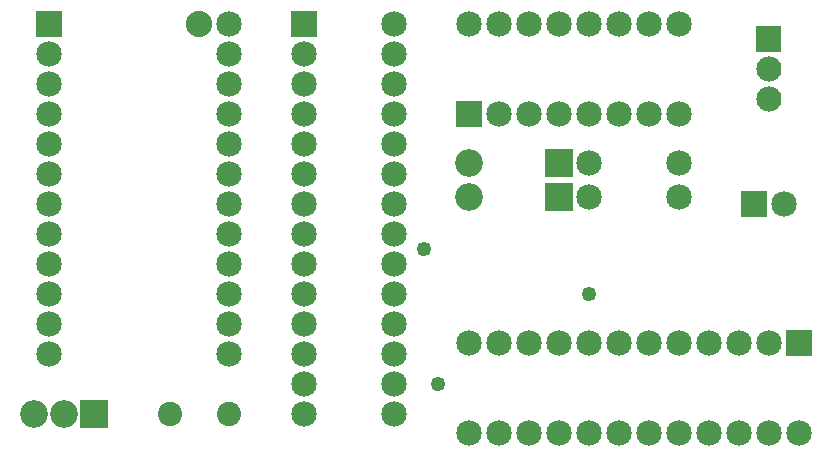
<source format=gbs>
G04 MADE WITH FRITZING*
G04 WWW.FRITZING.ORG*
G04 DOUBLE SIDED*
G04 HOLES PLATED*
G04 CONTOUR ON CENTER OF CONTOUR VECTOR*
%ASAXBY*%
%FSLAX23Y23*%
%MOIN*%
%OFA0B0*%
%SFA1.0B1.0*%
%ADD10C,0.092000*%
%ADD11C,0.085000*%
%ADD12C,0.084000*%
%ADD13C,0.049370*%
%ADD14C,0.080925*%
%ADD15C,0.080866*%
%ADD16C,0.088000*%
%ADD17R,0.092000X0.092000*%
%ADD18R,0.085000X0.085000*%
%ADD19R,0.001000X0.001000*%
%LNMASK0*%
G90*
G70*
G54D10*
X1878Y1005D03*
X1580Y1005D03*
X1878Y893D03*
X1580Y893D03*
G54D11*
X1978Y1005D03*
X2278Y1005D03*
X1978Y893D03*
X2278Y893D03*
G54D12*
X2578Y1418D03*
X2578Y1318D03*
X2578Y1218D03*
G54D11*
X2528Y868D03*
X2628Y868D03*
G54D13*
X1476Y269D03*
X1978Y568D03*
X1428Y718D03*
G54D11*
X2678Y404D03*
X2678Y104D03*
X2578Y404D03*
X2578Y104D03*
X2478Y404D03*
X2478Y104D03*
X2378Y404D03*
X2378Y104D03*
X2278Y404D03*
X2278Y104D03*
X2178Y404D03*
X2178Y104D03*
X2078Y404D03*
X2078Y104D03*
X1978Y404D03*
X1978Y104D03*
X1878Y404D03*
X1878Y104D03*
X1778Y404D03*
X1778Y104D03*
X1678Y404D03*
X1678Y104D03*
X1578Y404D03*
X1578Y104D03*
X1028Y1468D03*
X1328Y1468D03*
X1028Y1368D03*
X1328Y1368D03*
X1028Y1268D03*
X1328Y1268D03*
X1028Y1168D03*
X1328Y1168D03*
X1028Y1068D03*
X1328Y1068D03*
X1028Y968D03*
X1328Y968D03*
X1028Y868D03*
X1328Y868D03*
X1028Y768D03*
X1328Y768D03*
X1028Y668D03*
X1328Y668D03*
X1028Y568D03*
X1328Y568D03*
X1028Y468D03*
X1328Y468D03*
X1028Y368D03*
X1328Y368D03*
X1028Y268D03*
X1328Y268D03*
X1028Y168D03*
X1328Y168D03*
X178Y1468D03*
X778Y1468D03*
X178Y1368D03*
X778Y1368D03*
X178Y1268D03*
X778Y1268D03*
X178Y1168D03*
X778Y1168D03*
X178Y1068D03*
X778Y1068D03*
X178Y968D03*
X778Y968D03*
X178Y868D03*
X778Y868D03*
X178Y768D03*
X778Y768D03*
X178Y668D03*
X778Y668D03*
X178Y568D03*
X778Y568D03*
X178Y468D03*
X778Y468D03*
X178Y368D03*
X778Y368D03*
G54D10*
X328Y168D03*
X228Y168D03*
X128Y168D03*
G54D14*
X584Y168D03*
G54D15*
X778Y168D03*
G54D11*
X1578Y1168D03*
X1578Y1468D03*
X1678Y1168D03*
X1678Y1468D03*
X1778Y1168D03*
X1778Y1468D03*
X1878Y1168D03*
X1878Y1468D03*
X1978Y1168D03*
X1978Y1468D03*
X2078Y1168D03*
X2078Y1468D03*
X2178Y1168D03*
X2178Y1468D03*
X2278Y1168D03*
X2278Y1468D03*
G54D16*
X678Y1468D03*
G54D17*
X1879Y1005D03*
X1879Y893D03*
G54D18*
X2528Y868D03*
X2678Y404D03*
X1028Y1468D03*
X178Y1468D03*
G54D17*
X328Y168D03*
G54D18*
X1578Y1168D03*
G54D19*
X2535Y1460D02*
X2618Y1460D01*
X2535Y1459D02*
X2618Y1459D01*
X2535Y1458D02*
X2618Y1458D01*
X2535Y1457D02*
X2618Y1457D01*
X2535Y1456D02*
X2618Y1456D01*
X2535Y1455D02*
X2618Y1455D01*
X2535Y1454D02*
X2618Y1454D01*
X2535Y1453D02*
X2618Y1453D01*
X2535Y1452D02*
X2618Y1452D01*
X2535Y1451D02*
X2618Y1451D01*
X2535Y1450D02*
X2618Y1450D01*
X2535Y1449D02*
X2618Y1449D01*
X2535Y1448D02*
X2618Y1448D01*
X2535Y1447D02*
X2618Y1447D01*
X2535Y1446D02*
X2618Y1446D01*
X2535Y1445D02*
X2618Y1445D01*
X2535Y1444D02*
X2618Y1444D01*
X2535Y1443D02*
X2618Y1443D01*
X2535Y1442D02*
X2618Y1442D01*
X2535Y1441D02*
X2618Y1441D01*
X2535Y1440D02*
X2618Y1440D01*
X2535Y1439D02*
X2618Y1439D01*
X2535Y1438D02*
X2618Y1438D01*
X2535Y1437D02*
X2618Y1437D01*
X2535Y1436D02*
X2618Y1436D01*
X2535Y1435D02*
X2618Y1435D01*
X2535Y1434D02*
X2618Y1434D01*
X2535Y1433D02*
X2574Y1433D01*
X2579Y1433D02*
X2618Y1433D01*
X2535Y1432D02*
X2570Y1432D01*
X2583Y1432D02*
X2618Y1432D01*
X2535Y1431D02*
X2568Y1431D01*
X2585Y1431D02*
X2618Y1431D01*
X2535Y1430D02*
X2567Y1430D01*
X2586Y1430D02*
X2618Y1430D01*
X2535Y1429D02*
X2566Y1429D01*
X2587Y1429D02*
X2618Y1429D01*
X2535Y1428D02*
X2565Y1428D01*
X2588Y1428D02*
X2618Y1428D01*
X2535Y1427D02*
X2564Y1427D01*
X2589Y1427D02*
X2618Y1427D01*
X2535Y1426D02*
X2563Y1426D01*
X2590Y1426D02*
X2618Y1426D01*
X2535Y1425D02*
X2563Y1425D01*
X2590Y1425D02*
X2618Y1425D01*
X2535Y1424D02*
X2562Y1424D01*
X2591Y1424D02*
X2618Y1424D01*
X2535Y1423D02*
X2562Y1423D01*
X2591Y1423D02*
X2618Y1423D01*
X2535Y1422D02*
X2561Y1422D01*
X2591Y1422D02*
X2618Y1422D01*
X2535Y1421D02*
X2561Y1421D01*
X2592Y1421D02*
X2618Y1421D01*
X2535Y1420D02*
X2561Y1420D01*
X2592Y1420D02*
X2618Y1420D01*
X2535Y1419D02*
X2561Y1419D01*
X2592Y1419D02*
X2618Y1419D01*
X2535Y1418D02*
X2561Y1418D01*
X2592Y1418D02*
X2618Y1418D01*
X2535Y1417D02*
X2561Y1417D01*
X2592Y1417D02*
X2618Y1417D01*
X2535Y1416D02*
X2561Y1416D01*
X2592Y1416D02*
X2618Y1416D01*
X2535Y1415D02*
X2561Y1415D01*
X2592Y1415D02*
X2618Y1415D01*
X2535Y1414D02*
X2562Y1414D01*
X2591Y1414D02*
X2618Y1414D01*
X2535Y1413D02*
X2562Y1413D01*
X2591Y1413D02*
X2618Y1413D01*
X2535Y1412D02*
X2562Y1412D01*
X2591Y1412D02*
X2618Y1412D01*
X2535Y1411D02*
X2563Y1411D01*
X2590Y1411D02*
X2618Y1411D01*
X2535Y1410D02*
X2563Y1410D01*
X2590Y1410D02*
X2618Y1410D01*
X2535Y1409D02*
X2564Y1409D01*
X2589Y1409D02*
X2618Y1409D01*
X2535Y1408D02*
X2565Y1408D01*
X2588Y1408D02*
X2618Y1408D01*
X2535Y1407D02*
X2566Y1407D01*
X2587Y1407D02*
X2618Y1407D01*
X2535Y1406D02*
X2567Y1406D01*
X2586Y1406D02*
X2618Y1406D01*
X2535Y1405D02*
X2569Y1405D01*
X2584Y1405D02*
X2618Y1405D01*
X2535Y1404D02*
X2571Y1404D01*
X2582Y1404D02*
X2618Y1404D01*
X2535Y1403D02*
X2618Y1403D01*
X2535Y1402D02*
X2618Y1402D01*
X2535Y1401D02*
X2618Y1401D01*
X2535Y1400D02*
X2618Y1400D01*
X2535Y1399D02*
X2618Y1399D01*
X2535Y1398D02*
X2618Y1398D01*
X2535Y1397D02*
X2618Y1397D01*
X2535Y1396D02*
X2618Y1396D01*
X2535Y1395D02*
X2618Y1395D01*
X2535Y1394D02*
X2618Y1394D01*
X2535Y1393D02*
X2618Y1393D01*
X2535Y1392D02*
X2618Y1392D01*
X2535Y1391D02*
X2618Y1391D01*
X2535Y1390D02*
X2618Y1390D01*
X2535Y1389D02*
X2618Y1389D01*
X2535Y1388D02*
X2618Y1388D01*
X2535Y1387D02*
X2618Y1387D01*
X2535Y1386D02*
X2618Y1386D01*
X2535Y1385D02*
X2618Y1385D01*
X2535Y1384D02*
X2618Y1384D01*
X2535Y1383D02*
X2618Y1383D01*
X2535Y1382D02*
X2618Y1382D01*
X2535Y1381D02*
X2618Y1381D01*
X2535Y1380D02*
X2618Y1380D01*
X2535Y1379D02*
X2618Y1379D01*
X2535Y1378D02*
X2618Y1378D01*
X2535Y1377D02*
X2618Y1377D01*
D02*
G04 End of Mask0*
M02*
</source>
